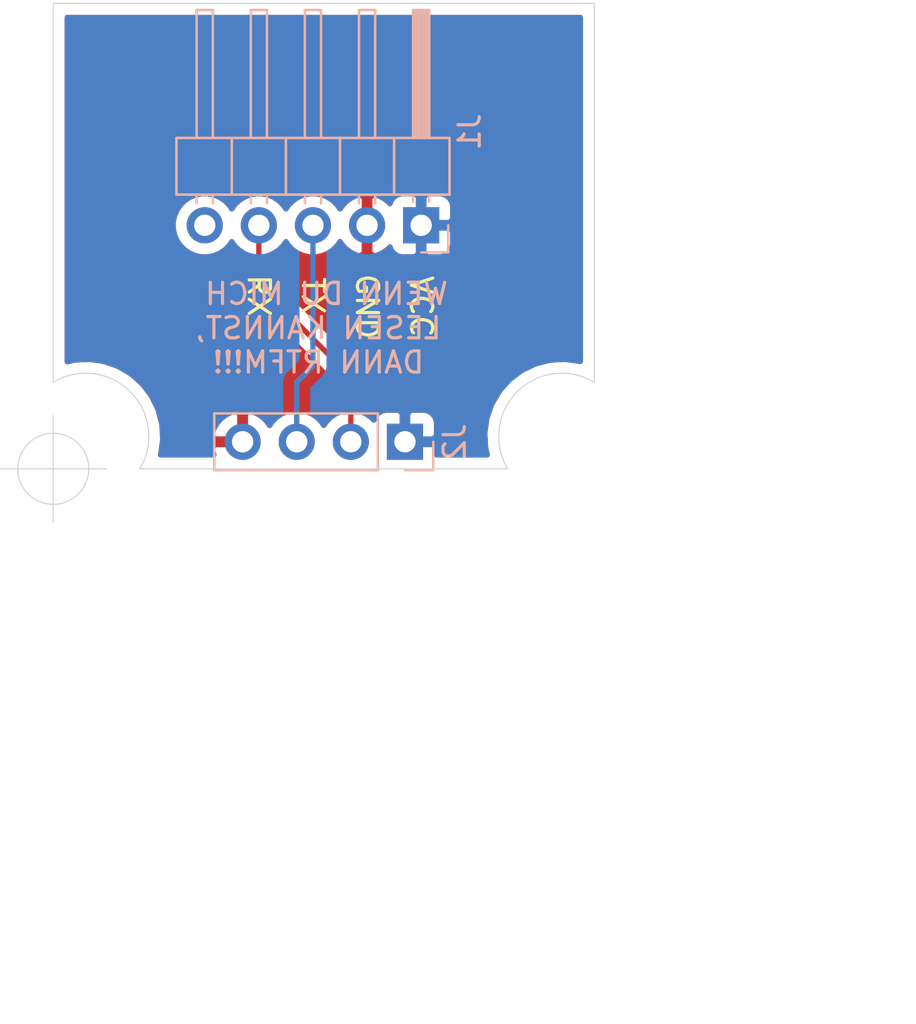
<source format=kicad_pcb>
(kicad_pcb (version 20171130) (host pcbnew "(5.1.6-0-10_14)")

  (general
    (thickness 1.6)
    (drawings 17)
    (tracks 6)
    (zones 0)
    (modules 2)
    (nets 5)
  )

  (page A4)
  (layers
    (0 F.Cu signal)
    (31 B.Cu signal)
    (32 B.Adhes user)
    (33 F.Adhes user)
    (34 B.Paste user)
    (35 F.Paste user)
    (36 B.SilkS user)
    (37 F.SilkS user)
    (38 B.Mask user)
    (39 F.Mask user)
    (40 Dwgs.User user)
    (41 Cmts.User user hide)
    (42 Eco1.User user)
    (43 Eco2.User user)
    (44 Edge.Cuts user)
    (45 Margin user)
    (46 B.CrtYd user)
    (47 F.CrtYd user)
    (48 B.Fab user hide)
    (49 F.Fab user hide)
  )

  (setup
    (last_trace_width 0.25)
    (trace_clearance 0.2)
    (zone_clearance 0.508)
    (zone_45_only no)
    (trace_min 0.2)
    (via_size 0.8)
    (via_drill 0.4)
    (via_min_size 0.4)
    (via_min_drill 0.3)
    (uvia_size 0.3)
    (uvia_drill 0.1)
    (uvias_allowed no)
    (uvia_min_size 0.2)
    (uvia_min_drill 0.1)
    (edge_width 0.05)
    (segment_width 0.2)
    (pcb_text_width 0.3)
    (pcb_text_size 1.5 1.5)
    (mod_edge_width 0.12)
    (mod_text_size 1 1)
    (mod_text_width 0.15)
    (pad_size 1.524 1.524)
    (pad_drill 0.762)
    (pad_to_mask_clearance 0.05)
    (aux_axis_origin 0 0)
    (grid_origin 130.302 103.378)
    (visible_elements FFFFFF7F)
    (pcbplotparams
      (layerselection 0x010fc_ffffffff)
      (usegerberextensions false)
      (usegerberattributes true)
      (usegerberadvancedattributes true)
      (creategerberjobfile true)
      (excludeedgelayer true)
      (linewidth 0.100000)
      (plotframeref false)
      (viasonmask false)
      (mode 1)
      (useauxorigin false)
      (hpglpennumber 1)
      (hpglpenspeed 20)
      (hpglpendiameter 15.000000)
      (psnegative false)
      (psa4output false)
      (plotreference true)
      (plotvalue true)
      (plotinvisibletext false)
      (padsonsilk false)
      (subtractmaskfromsilk false)
      (outputformat 1)
      (mirror false)
      (drillshape 0)
      (scaleselection 1)
      (outputdirectory "gerberer"))
  )

  (net 0 "")
  (net 1 RXD)
  (net 2 TXD)
  (net 3 GND)
  (net 4 VCC)

  (net_class Default "This is the default net class."
    (clearance 0.2)
    (trace_width 0.25)
    (via_dia 0.8)
    (via_drill 0.4)
    (uvia_dia 0.3)
    (uvia_drill 0.1)
    (add_net GND)
    (add_net RXD)
    (add_net TXD)
    (add_net VCC)
  )

  (module Connector_PinHeader_2.54mm:PinHeader_1x04_P2.54mm_Vertical (layer B.Cu) (tedit 59FED5CC) (tstamp 604C86AA)
    (at 146.812 102.108 90)
    (descr "Through hole straight pin header, 1x04, 2.54mm pitch, single row")
    (tags "Through hole pin header THT 1x04 2.54mm single row")
    (path /606E095D)
    (fp_text reference J2 (at 0 2.33 -90) (layer B.SilkS)
      (effects (font (size 1 1) (thickness 0.15)) (justify mirror))
    )
    (fp_text value Conn_01x04 (at 0 -9.95 -90) (layer B.Fab)
      (effects (font (size 1 1) (thickness 0.15)) (justify mirror))
    )
    (fp_line (start 1.8 1.8) (end -1.8 1.8) (layer B.CrtYd) (width 0.05))
    (fp_line (start 1.8 -9.4) (end 1.8 1.8) (layer B.CrtYd) (width 0.05))
    (fp_line (start -1.8 -9.4) (end 1.8 -9.4) (layer B.CrtYd) (width 0.05))
    (fp_line (start -1.8 1.8) (end -1.8 -9.4) (layer B.CrtYd) (width 0.05))
    (fp_line (start -1.33 1.33) (end 0 1.33) (layer B.SilkS) (width 0.12))
    (fp_line (start -1.33 0) (end -1.33 1.33) (layer B.SilkS) (width 0.12))
    (fp_line (start -1.33 -1.27) (end 1.33 -1.27) (layer B.SilkS) (width 0.12))
    (fp_line (start 1.33 -1.27) (end 1.33 -8.95) (layer B.SilkS) (width 0.12))
    (fp_line (start -1.33 -1.27) (end -1.33 -8.95) (layer B.SilkS) (width 0.12))
    (fp_line (start -1.33 -8.95) (end 1.33 -8.95) (layer B.SilkS) (width 0.12))
    (fp_line (start -1.27 0.635) (end -0.635 1.27) (layer B.Fab) (width 0.1))
    (fp_line (start -1.27 -8.89) (end -1.27 0.635) (layer B.Fab) (width 0.1))
    (fp_line (start 1.27 -8.89) (end -1.27 -8.89) (layer B.Fab) (width 0.1))
    (fp_line (start 1.27 1.27) (end 1.27 -8.89) (layer B.Fab) (width 0.1))
    (fp_line (start -0.635 1.27) (end 1.27 1.27) (layer B.Fab) (width 0.1))
    (fp_text user %R (at 0 -3.81) (layer B.Fab)
      (effects (font (size 1 1) (thickness 0.15)) (justify mirror))
    )
    (pad 4 thru_hole oval (at 0 -7.62 90) (size 1.7 1.7) (drill 1) (layers *.Cu *.Mask)
      (net 3 GND))
    (pad 3 thru_hole oval (at 0 -5.08 90) (size 1.7 1.7) (drill 1) (layers *.Cu *.Mask)
      (net 2 TXD))
    (pad 2 thru_hole oval (at 0 -2.54 90) (size 1.7 1.7) (drill 1) (layers *.Cu *.Mask)
      (net 1 RXD))
    (pad 1 thru_hole rect (at 0 0 90) (size 1.7 1.7) (drill 1) (layers *.Cu *.Mask)
      (net 4 VCC))
    (model ${KISYS3DMOD}/Connector_PinHeader_2.54mm.3dshapes/PinHeader_1x04_P2.54mm_Vertical.wrl
      (at (xyz 0 0 0))
      (scale (xyz 1 1 1))
      (rotate (xyz 0 0 0))
    )
  )

  (module Connector_PinHeader_2.54mm:PinHeader_1x05_P2.54mm_Horizontal (layer B.Cu) (tedit 59FED5CB) (tstamp 604C865D)
    (at 147.574 91.948 90)
    (descr "Through hole angled pin header, 1x05, 2.54mm pitch, 6mm pin length, single row")
    (tags "Through hole angled pin header THT 1x05 2.54mm single row")
    (path /606DFC67)
    (fp_text reference J1 (at 4.385 2.27 -90) (layer B.SilkS)
      (effects (font (size 1 1) (thickness 0.15)) (justify mirror))
    )
    (fp_text value Conn_01x05 (at 4.385 -12.43 -90) (layer B.Fab)
      (effects (font (size 1 1) (thickness 0.15)) (justify mirror))
    )
    (fp_line (start 10.55 1.8) (end -1.8 1.8) (layer B.CrtYd) (width 0.05))
    (fp_line (start 10.55 -11.95) (end 10.55 1.8) (layer B.CrtYd) (width 0.05))
    (fp_line (start -1.8 -11.95) (end 10.55 -11.95) (layer B.CrtYd) (width 0.05))
    (fp_line (start -1.8 1.8) (end -1.8 -11.95) (layer B.CrtYd) (width 0.05))
    (fp_line (start -1.27 1.27) (end 0 1.27) (layer B.SilkS) (width 0.12))
    (fp_line (start -1.27 0) (end -1.27 1.27) (layer B.SilkS) (width 0.12))
    (fp_line (start 1.042929 -10.54) (end 1.44 -10.54) (layer B.SilkS) (width 0.12))
    (fp_line (start 1.042929 -9.78) (end 1.44 -9.78) (layer B.SilkS) (width 0.12))
    (fp_line (start 10.1 -10.54) (end 4.1 -10.54) (layer B.SilkS) (width 0.12))
    (fp_line (start 10.1 -9.78) (end 10.1 -10.54) (layer B.SilkS) (width 0.12))
    (fp_line (start 4.1 -9.78) (end 10.1 -9.78) (layer B.SilkS) (width 0.12))
    (fp_line (start 1.44 -8.89) (end 4.1 -8.89) (layer B.SilkS) (width 0.12))
    (fp_line (start 1.042929 -8) (end 1.44 -8) (layer B.SilkS) (width 0.12))
    (fp_line (start 1.042929 -7.24) (end 1.44 -7.24) (layer B.SilkS) (width 0.12))
    (fp_line (start 10.1 -8) (end 4.1 -8) (layer B.SilkS) (width 0.12))
    (fp_line (start 10.1 -7.24) (end 10.1 -8) (layer B.SilkS) (width 0.12))
    (fp_line (start 4.1 -7.24) (end 10.1 -7.24) (layer B.SilkS) (width 0.12))
    (fp_line (start 1.44 -6.35) (end 4.1 -6.35) (layer B.SilkS) (width 0.12))
    (fp_line (start 1.042929 -5.46) (end 1.44 -5.46) (layer B.SilkS) (width 0.12))
    (fp_line (start 1.042929 -4.7) (end 1.44 -4.7) (layer B.SilkS) (width 0.12))
    (fp_line (start 10.1 -5.46) (end 4.1 -5.46) (layer B.SilkS) (width 0.12))
    (fp_line (start 10.1 -4.7) (end 10.1 -5.46) (layer B.SilkS) (width 0.12))
    (fp_line (start 4.1 -4.7) (end 10.1 -4.7) (layer B.SilkS) (width 0.12))
    (fp_line (start 1.44 -3.81) (end 4.1 -3.81) (layer B.SilkS) (width 0.12))
    (fp_line (start 1.042929 -2.92) (end 1.44 -2.92) (layer B.SilkS) (width 0.12))
    (fp_line (start 1.042929 -2.16) (end 1.44 -2.16) (layer B.SilkS) (width 0.12))
    (fp_line (start 10.1 -2.92) (end 4.1 -2.92) (layer B.SilkS) (width 0.12))
    (fp_line (start 10.1 -2.16) (end 10.1 -2.92) (layer B.SilkS) (width 0.12))
    (fp_line (start 4.1 -2.16) (end 10.1 -2.16) (layer B.SilkS) (width 0.12))
    (fp_line (start 1.44 -1.27) (end 4.1 -1.27) (layer B.SilkS) (width 0.12))
    (fp_line (start 1.11 -0.38) (end 1.44 -0.38) (layer B.SilkS) (width 0.12))
    (fp_line (start 1.11 0.38) (end 1.44 0.38) (layer B.SilkS) (width 0.12))
    (fp_line (start 4.1 -0.28) (end 10.1 -0.28) (layer B.SilkS) (width 0.12))
    (fp_line (start 4.1 -0.16) (end 10.1 -0.16) (layer B.SilkS) (width 0.12))
    (fp_line (start 4.1 -0.04) (end 10.1 -0.04) (layer B.SilkS) (width 0.12))
    (fp_line (start 4.1 0.08) (end 10.1 0.08) (layer B.SilkS) (width 0.12))
    (fp_line (start 4.1 0.2) (end 10.1 0.2) (layer B.SilkS) (width 0.12))
    (fp_line (start 4.1 0.32) (end 10.1 0.32) (layer B.SilkS) (width 0.12))
    (fp_line (start 10.1 -0.38) (end 4.1 -0.38) (layer B.SilkS) (width 0.12))
    (fp_line (start 10.1 0.38) (end 10.1 -0.38) (layer B.SilkS) (width 0.12))
    (fp_line (start 4.1 0.38) (end 10.1 0.38) (layer B.SilkS) (width 0.12))
    (fp_line (start 4.1 1.33) (end 1.44 1.33) (layer B.SilkS) (width 0.12))
    (fp_line (start 4.1 -11.49) (end 4.1 1.33) (layer B.SilkS) (width 0.12))
    (fp_line (start 1.44 -11.49) (end 4.1 -11.49) (layer B.SilkS) (width 0.12))
    (fp_line (start 1.44 1.33) (end 1.44 -11.49) (layer B.SilkS) (width 0.12))
    (fp_line (start 4.04 -10.48) (end 10.04 -10.48) (layer B.Fab) (width 0.1))
    (fp_line (start 10.04 -9.84) (end 10.04 -10.48) (layer B.Fab) (width 0.1))
    (fp_line (start 4.04 -9.84) (end 10.04 -9.84) (layer B.Fab) (width 0.1))
    (fp_line (start -0.32 -10.48) (end 1.5 -10.48) (layer B.Fab) (width 0.1))
    (fp_line (start -0.32 -9.84) (end -0.32 -10.48) (layer B.Fab) (width 0.1))
    (fp_line (start -0.32 -9.84) (end 1.5 -9.84) (layer B.Fab) (width 0.1))
    (fp_line (start 4.04 -7.94) (end 10.04 -7.94) (layer B.Fab) (width 0.1))
    (fp_line (start 10.04 -7.3) (end 10.04 -7.94) (layer B.Fab) (width 0.1))
    (fp_line (start 4.04 -7.3) (end 10.04 -7.3) (layer B.Fab) (width 0.1))
    (fp_line (start -0.32 -7.94) (end 1.5 -7.94) (layer B.Fab) (width 0.1))
    (fp_line (start -0.32 -7.3) (end -0.32 -7.94) (layer B.Fab) (width 0.1))
    (fp_line (start -0.32 -7.3) (end 1.5 -7.3) (layer B.Fab) (width 0.1))
    (fp_line (start 4.04 -5.4) (end 10.04 -5.4) (layer B.Fab) (width 0.1))
    (fp_line (start 10.04 -4.76) (end 10.04 -5.4) (layer B.Fab) (width 0.1))
    (fp_line (start 4.04 -4.76) (end 10.04 -4.76) (layer B.Fab) (width 0.1))
    (fp_line (start -0.32 -5.4) (end 1.5 -5.4) (layer B.Fab) (width 0.1))
    (fp_line (start -0.32 -4.76) (end -0.32 -5.4) (layer B.Fab) (width 0.1))
    (fp_line (start -0.32 -4.76) (end 1.5 -4.76) (layer B.Fab) (width 0.1))
    (fp_line (start 4.04 -2.86) (end 10.04 -2.86) (layer B.Fab) (width 0.1))
    (fp_line (start 10.04 -2.22) (end 10.04 -2.86) (layer B.Fab) (width 0.1))
    (fp_line (start 4.04 -2.22) (end 10.04 -2.22) (layer B.Fab) (width 0.1))
    (fp_line (start -0.32 -2.86) (end 1.5 -2.86) (layer B.Fab) (width 0.1))
    (fp_line (start -0.32 -2.22) (end -0.32 -2.86) (layer B.Fab) (width 0.1))
    (fp_line (start -0.32 -2.22) (end 1.5 -2.22) (layer B.Fab) (width 0.1))
    (fp_line (start 4.04 -0.32) (end 10.04 -0.32) (layer B.Fab) (width 0.1))
    (fp_line (start 10.04 0.32) (end 10.04 -0.32) (layer B.Fab) (width 0.1))
    (fp_line (start 4.04 0.32) (end 10.04 0.32) (layer B.Fab) (width 0.1))
    (fp_line (start -0.32 -0.32) (end 1.5 -0.32) (layer B.Fab) (width 0.1))
    (fp_line (start -0.32 0.32) (end -0.32 -0.32) (layer B.Fab) (width 0.1))
    (fp_line (start -0.32 0.32) (end 1.5 0.32) (layer B.Fab) (width 0.1))
    (fp_line (start 1.5 0.635) (end 2.135 1.27) (layer B.Fab) (width 0.1))
    (fp_line (start 1.5 -11.43) (end 1.5 0.635) (layer B.Fab) (width 0.1))
    (fp_line (start 4.04 -11.43) (end 1.5 -11.43) (layer B.Fab) (width 0.1))
    (fp_line (start 4.04 1.27) (end 4.04 -11.43) (layer B.Fab) (width 0.1))
    (fp_line (start 2.135 1.27) (end 4.04 1.27) (layer B.Fab) (width 0.1))
    (fp_text user %R (at 2.77 -5.08) (layer B.Fab)
      (effects (font (size 1 1) (thickness 0.15)) (justify mirror))
    )
    (pad 5 thru_hole oval (at 0 -10.16 90) (size 1.7 1.7) (drill 1) (layers *.Cu *.Mask))
    (pad 4 thru_hole oval (at 0 -7.62 90) (size 1.7 1.7) (drill 1) (layers *.Cu *.Mask)
      (net 1 RXD))
    (pad 3 thru_hole oval (at 0 -5.08 90) (size 1.7 1.7) (drill 1) (layers *.Cu *.Mask)
      (net 2 TXD))
    (pad 2 thru_hole oval (at 0 -2.54 90) (size 1.7 1.7) (drill 1) (layers *.Cu *.Mask)
      (net 3 GND))
    (pad 1 thru_hole rect (at 0 0 90) (size 1.7 1.7) (drill 1) (layers *.Cu *.Mask)
      (net 4 VCC))
    (model ${KISYS3DMOD}/Connector_PinHeader_2.54mm.3dshapes/PinHeader_1x05_P2.54mm_Horizontal.wrl
      (at (xyz 0 0 0))
      (scale (xyz 1 1 1))
      (rotate (xyz 0 0 0))
    )
  )

  (gr_arc (start 131.826 101.854) (end 134.365999 103.377999) (angle -151.9275131) (layer Edge.Cuts) (width 0.05))
  (gr_arc (start 154.178 101.854) (end 155.701999 99.314001) (angle -151.9275131) (layer Edge.Cuts) (width 0.05))
  (gr_text RX (at 139.954 95.25 270) (layer F.SilkS)
    (effects (font (size 1 1) (thickness 0.15)))
  )
  (gr_text TX (at 142.494 95.25 270) (layer F.SilkS)
    (effects (font (size 1 1) (thickness 0.15)))
  )
  (gr_text GND (at 145.034 95.758 270) (layer F.SilkS)
    (effects (font (size 1 1) (thickness 0.15)))
  )
  (gr_text VCC (at 147.574 95.758 270) (layer F.SilkS)
    (effects (font (size 1 1) (thickness 0.15)))
  )
  (target plus (at 130.302 103.378) (size 5) (width 0.05) (layer Edge.Cuts))
  (gr_text "WENN DU MICH \nLESEN KANNST,\nDANN RTFM!!!" (at 142.748 96.774) (layer B.SilkS)
    (effects (font (size 1 1) (thickness 0.15)) (justify mirror))
  )
  (dimension 8.89 (width 0.15) (layer Dwgs.User)
    (gr_text "8.890 mm" (at 151.257 112.552) (layer Dwgs.User)
      (effects (font (size 1 1) (thickness 0.15)))
    )
    (feature1 (pts (xy 146.812 103.378) (xy 146.812 111.838421)))
    (feature2 (pts (xy 155.702 103.378) (xy 155.702 111.838421)))
    (crossbar (pts (xy 155.702 111.252) (xy 146.812 111.252)))
    (arrow1a (pts (xy 146.812 111.252) (xy 147.938504 111.838421)))
    (arrow1b (pts (xy 146.812 111.252) (xy 147.938504 110.665579)))
    (arrow2a (pts (xy 155.702 111.252) (xy 154.575496 111.838421)))
    (arrow2b (pts (xy 155.702 111.252) (xy 154.575496 110.665579)))
  )
  (dimension 8.89 (width 0.15) (layer Dwgs.User)
    (gr_text "8.890 mm" (at 134.747 112.552) (layer Dwgs.User)
      (effects (font (size 1 1) (thickness 0.15)))
    )
    (feature1 (pts (xy 139.192 103.378) (xy 139.192 111.838421)))
    (feature2 (pts (xy 130.302 103.378) (xy 130.302 111.838421)))
    (crossbar (pts (xy 130.302 111.252) (xy 139.192 111.252)))
    (arrow1a (pts (xy 139.192 111.252) (xy 138.065496 110.665579)))
    (arrow1b (pts (xy 139.192 111.252) (xy 138.065496 111.838421)))
    (arrow2a (pts (xy 130.302 111.252) (xy 131.428504 110.665579)))
    (arrow2b (pts (xy 130.302 111.252) (xy 131.428504 111.838421)))
  )
  (gr_line (start 130.302 81.534) (end 130.302 99.314) (layer Edge.Cuts) (width 0.05) (tstamp 604C9556))
  (gr_line (start 155.702 81.534) (end 130.302 81.534) (layer Edge.Cuts) (width 0.05))
  (gr_line (start 155.702 99.314) (end 155.702 81.534) (layer Edge.Cuts) (width 0.05))
  (gr_line (start 134.366 103.378) (end 151.638 103.378) (layer Edge.Cuts) (width 0.05) (tstamp 604C94FA))
  (dimension 1.27 (width 0.15) (layer Dwgs.User)
    (gr_text "1.270 mm" (at 162.844 102.743 -270) (layer Dwgs.User)
      (effects (font (size 1 1) (thickness 0.15)))
    )
    (feature1 (pts (xy 146.558 102.108) (xy 162.130421 102.108)))
    (feature2 (pts (xy 146.558 103.378) (xy 162.130421 103.378)))
    (crossbar (pts (xy 161.544 103.378) (xy 161.544 102.108)))
    (arrow1a (pts (xy 161.544 102.108) (xy 160.957579 103.234504)))
    (arrow1b (pts (xy 161.544 102.108) (xy 162.130421 103.234504)))
    (arrow2a (pts (xy 161.544 103.378) (xy 160.957579 102.251496)))
    (arrow2b (pts (xy 161.544 103.378) (xy 162.130421 102.251496)))
  )
  (dimension 25.4 (width 0.15) (layer Dwgs.User)
    (gr_text "25.400 mm" (at 143.002 130.078) (layer Dwgs.User)
      (effects (font (size 1 1) (thickness 0.15)))
    )
    (feature1 (pts (xy 130.302 103.378) (xy 130.302 129.364421)))
    (feature2 (pts (xy 155.702 103.378) (xy 155.702 129.364421)))
    (crossbar (pts (xy 155.702 128.778) (xy 130.302 128.778)))
    (arrow1a (pts (xy 130.302 128.778) (xy 131.428504 129.364421)))
    (arrow1b (pts (xy 130.302 128.778) (xy 131.428504 128.191579)))
    (arrow2a (pts (xy 155.702 128.778) (xy 154.575496 129.364421)))
    (arrow2b (pts (xy 155.702 128.778) (xy 154.575496 128.191579)))
  )
  (dimension 11.43 (width 0.15) (layer Dwgs.User)
    (gr_text "11.430 mm" (at 169.448 96.393 -270) (layer Dwgs.User)
      (effects (font (size 1 1) (thickness 0.15)))
    )
    (feature1 (pts (xy 146.558 90.678) (xy 168.734421 90.678)))
    (feature2 (pts (xy 146.558 102.108) (xy 168.734421 102.108)))
    (crossbar (pts (xy 168.148 102.108) (xy 168.148 90.678)))
    (arrow1a (pts (xy 168.148 90.678) (xy 167.561579 91.804504)))
    (arrow1b (pts (xy 168.148 90.678) (xy 168.734421 91.804504)))
    (arrow2a (pts (xy 168.148 102.108) (xy 167.561579 100.981496)))
    (arrow2b (pts (xy 168.148 102.108) (xy 168.734421 100.981496)))
  )

  (segment (start 139.954 91.948) (end 139.954 94.742) (width 0.25) (layer F.Cu) (net 1))
  (segment (start 144.272 99.06) (end 144.272 102.108) (width 0.25) (layer F.Cu) (net 1))
  (segment (start 139.954 94.742) (end 144.272 99.06) (width 0.25) (layer F.Cu) (net 1))
  (segment (start 141.732 102.108) (end 141.732 99.314) (width 0.25) (layer B.Cu) (net 2))
  (segment (start 142.494 98.552) (end 142.494 91.948) (width 0.25) (layer B.Cu) (net 2))
  (segment (start 141.732 99.314) (end 142.494 98.552) (width 0.25) (layer B.Cu) (net 2))

  (zone (net 3) (net_name GND) (layer F.Cu) (tstamp 604F4455) (hatch edge 0.508)
    (connect_pads (clearance 0.508))
    (min_thickness 0.254)
    (fill yes (arc_segments 32) (thermal_gap 0.508) (thermal_bridge_width 0.508))
    (polygon
      (pts
        (xy 155.702 81.534) (xy 130.302 81.534) (xy 130.302 103.378) (xy 155.702 103.378)
      )
    )
    (filled_polygon
      (pts
        (xy 155.042 98.339597) (xy 155.023362 98.335144) (xy 154.965393 98.320436) (xy 154.956273 98.319116) (xy 154.383567 98.240296)
        (xy 154.323788 98.237962) (xy 154.264059 98.234793) (xy 154.254856 98.23527) (xy 154.254854 98.23527) (xy 153.677747 98.26919)
        (xy 153.618646 98.278512) (xy 153.559445 98.287005) (xy 153.55051 98.28926) (xy 152.990981 98.434629) (xy 152.934869 98.455234)
        (xy 152.878393 98.475082) (xy 152.870066 98.47903) (xy 152.349428 98.73031) (xy 152.29837 98.761432) (xy 152.246841 98.791862)
        (xy 152.23944 98.797352) (xy 151.777525 99.144973) (xy 151.733484 99.18542) (xy 151.688849 99.225277) (xy 151.682655 99.2321)
        (xy 151.297056 99.662819) (xy 151.261714 99.711044) (xy 151.225665 99.758819) (xy 151.220914 99.766715) (xy 150.92632 100.264128)
        (xy 150.901 100.318339) (xy 150.874935 100.372168) (xy 150.871808 100.380837) (xy 150.67944 100.925997) (xy 150.665127 100.984111)
        (xy 150.65002 101.041956) (xy 150.648636 101.051067) (xy 150.565819 101.623209) (xy 150.563069 101.682949) (xy 150.559482 101.742677)
        (xy 150.559895 101.751883) (xy 150.589786 102.329215) (xy 150.598693 102.388361) (xy 150.606774 102.447638) (xy 150.608967 102.456588)
        (xy 150.674939 102.718) (xy 148.300072 102.718) (xy 148.300072 101.258) (xy 148.287812 101.133518) (xy 148.251502 101.01382)
        (xy 148.192537 100.903506) (xy 148.113185 100.806815) (xy 148.016494 100.727463) (xy 147.90618 100.668498) (xy 147.786482 100.632188)
        (xy 147.662 100.619928) (xy 145.962 100.619928) (xy 145.837518 100.632188) (xy 145.71782 100.668498) (xy 145.607506 100.727463)
        (xy 145.510815 100.806815) (xy 145.431463 100.903506) (xy 145.372498 101.01382) (xy 145.350487 101.08638) (xy 145.218632 100.954525)
        (xy 145.032 100.829822) (xy 145.032 99.097322) (xy 145.035676 99.059999) (xy 145.032 99.022676) (xy 145.032 99.022667)
        (xy 145.021003 98.911014) (xy 144.977546 98.767753) (xy 144.906974 98.635724) (xy 144.812001 98.519999) (xy 144.783004 98.496202)
        (xy 140.714 94.427199) (xy 140.714 93.226178) (xy 140.900632 93.101475) (xy 141.107475 92.894632) (xy 141.224 92.72024)
        (xy 141.340525 92.894632) (xy 141.547368 93.101475) (xy 141.790589 93.26399) (xy 142.060842 93.375932) (xy 142.34774 93.433)
        (xy 142.64026 93.433) (xy 142.927158 93.375932) (xy 143.197411 93.26399) (xy 143.440632 93.101475) (xy 143.647475 92.894632)
        (xy 143.769195 92.712466) (xy 143.838822 92.829355) (xy 144.033731 93.045588) (xy 144.26708 93.219641) (xy 144.529901 93.344825)
        (xy 144.67711 93.389476) (xy 144.907 93.268155) (xy 144.907 92.075) (xy 144.887 92.075) (xy 144.887 91.821)
        (xy 144.907 91.821) (xy 144.907 90.627845) (xy 145.161 90.627845) (xy 145.161 91.821) (xy 145.181 91.821)
        (xy 145.181 92.075) (xy 145.161 92.075) (xy 145.161 93.268155) (xy 145.39089 93.389476) (xy 145.538099 93.344825)
        (xy 145.80092 93.219641) (xy 146.034269 93.045588) (xy 146.110034 92.961534) (xy 146.134498 93.04218) (xy 146.193463 93.152494)
        (xy 146.272815 93.249185) (xy 146.369506 93.328537) (xy 146.47982 93.387502) (xy 146.599518 93.423812) (xy 146.724 93.436072)
        (xy 148.424 93.436072) (xy 148.548482 93.423812) (xy 148.66818 93.387502) (xy 148.778494 93.328537) (xy 148.875185 93.249185)
        (xy 148.954537 93.152494) (xy 149.013502 93.04218) (xy 149.049812 92.922482) (xy 149.062072 92.798) (xy 149.062072 91.098)
        (xy 149.049812 90.973518) (xy 149.013502 90.85382) (xy 148.954537 90.743506) (xy 148.875185 90.646815) (xy 148.778494 90.567463)
        (xy 148.66818 90.508498) (xy 148.548482 90.472188) (xy 148.424 90.459928) (xy 146.724 90.459928) (xy 146.599518 90.472188)
        (xy 146.47982 90.508498) (xy 146.369506 90.567463) (xy 146.272815 90.646815) (xy 146.193463 90.743506) (xy 146.134498 90.85382)
        (xy 146.110034 90.934466) (xy 146.034269 90.850412) (xy 145.80092 90.676359) (xy 145.538099 90.551175) (xy 145.39089 90.506524)
        (xy 145.161 90.627845) (xy 144.907 90.627845) (xy 144.67711 90.506524) (xy 144.529901 90.551175) (xy 144.26708 90.676359)
        (xy 144.033731 90.850412) (xy 143.838822 91.066645) (xy 143.769195 91.183534) (xy 143.647475 91.001368) (xy 143.440632 90.794525)
        (xy 143.197411 90.63201) (xy 142.927158 90.520068) (xy 142.64026 90.463) (xy 142.34774 90.463) (xy 142.060842 90.520068)
        (xy 141.790589 90.63201) (xy 141.547368 90.794525) (xy 141.340525 91.001368) (xy 141.224 91.17576) (xy 141.107475 91.001368)
        (xy 140.900632 90.794525) (xy 140.657411 90.63201) (xy 140.387158 90.520068) (xy 140.10026 90.463) (xy 139.80774 90.463)
        (xy 139.520842 90.520068) (xy 139.250589 90.63201) (xy 139.007368 90.794525) (xy 138.800525 91.001368) (xy 138.684 91.17576)
        (xy 138.567475 91.001368) (xy 138.360632 90.794525) (xy 138.117411 90.63201) (xy 137.847158 90.520068) (xy 137.56026 90.463)
        (xy 137.26774 90.463) (xy 136.980842 90.520068) (xy 136.710589 90.63201) (xy 136.467368 90.794525) (xy 136.260525 91.001368)
        (xy 136.09801 91.244589) (xy 135.986068 91.514842) (xy 135.929 91.80174) (xy 135.929 92.09426) (xy 135.986068 92.381158)
        (xy 136.09801 92.651411) (xy 136.260525 92.894632) (xy 136.467368 93.101475) (xy 136.710589 93.26399) (xy 136.980842 93.375932)
        (xy 137.26774 93.433) (xy 137.56026 93.433) (xy 137.847158 93.375932) (xy 138.117411 93.26399) (xy 138.360632 93.101475)
        (xy 138.567475 92.894632) (xy 138.684 92.72024) (xy 138.800525 92.894632) (xy 139.007368 93.101475) (xy 139.194 93.226179)
        (xy 139.194001 94.704668) (xy 139.190324 94.742) (xy 139.204998 94.890985) (xy 139.248454 95.034246) (xy 139.319026 95.166276)
        (xy 139.390201 95.253002) (xy 139.414 95.282001) (xy 139.442998 95.305799) (xy 143.512 99.374802) (xy 143.512001 100.829821)
        (xy 143.325368 100.954525) (xy 143.118525 101.161368) (xy 143.002 101.33576) (xy 142.885475 101.161368) (xy 142.678632 100.954525)
        (xy 142.435411 100.79201) (xy 142.165158 100.680068) (xy 141.87826 100.623) (xy 141.58574 100.623) (xy 141.298842 100.680068)
        (xy 141.028589 100.79201) (xy 140.785368 100.954525) (xy 140.578525 101.161368) (xy 140.456805 101.343534) (xy 140.387178 101.226645)
        (xy 140.192269 101.010412) (xy 139.95892 100.836359) (xy 139.696099 100.711175) (xy 139.54889 100.666524) (xy 139.319 100.787845)
        (xy 139.319 101.981) (xy 139.339 101.981) (xy 139.339 102.235) (xy 139.319 102.235) (xy 139.319 102.255)
        (xy 139.065 102.255) (xy 139.065 102.235) (xy 137.871186 102.235) (xy 137.750519 102.464891) (xy 137.840304 102.718)
        (xy 135.340403 102.718) (xy 135.344852 102.699379) (xy 135.359564 102.641394) (xy 135.360884 102.632274) (xy 135.439704 102.059567)
        (xy 135.442037 101.999821) (xy 135.445207 101.940059) (xy 135.44473 101.930856) (xy 135.434166 101.751109) (xy 137.750519 101.751109)
        (xy 137.871186 101.981) (xy 139.065 101.981) (xy 139.065 100.787845) (xy 138.83511 100.666524) (xy 138.687901 100.711175)
        (xy 138.42508 100.836359) (xy 138.191731 101.010412) (xy 137.996822 101.226645) (xy 137.847843 101.476748) (xy 137.750519 101.751109)
        (xy 135.434166 101.751109) (xy 135.41081 101.353747) (xy 135.401488 101.294646) (xy 135.392995 101.235445) (xy 135.39074 101.22651)
        (xy 135.245371 100.666981) (xy 135.224766 100.610869) (xy 135.204918 100.554393) (xy 135.20097 100.546066) (xy 134.94969 100.025428)
        (xy 134.918568 99.97437) (xy 134.888138 99.922841) (xy 134.882648 99.91544) (xy 134.535027 99.453525) (xy 134.49458 99.409484)
        (xy 134.454723 99.364849) (xy 134.4479 99.358655) (xy 134.017181 98.973056) (xy 133.968956 98.937714) (xy 133.921181 98.901665)
        (xy 133.913285 98.896914) (xy 133.415872 98.60232) (xy 133.361661 98.577) (xy 133.307832 98.550935) (xy 133.299163 98.547808)
        (xy 132.754003 98.35544) (xy 132.695889 98.341127) (xy 132.638044 98.32602) (xy 132.628933 98.324636) (xy 132.056791 98.241819)
        (xy 131.997049 98.239069) (xy 131.937322 98.235482) (xy 131.928116 98.235895) (xy 131.350785 98.265786) (xy 131.291644 98.274692)
        (xy 131.232362 98.282774) (xy 131.223414 98.284967) (xy 131.223411 98.284967) (xy 131.223409 98.284968) (xy 130.962 98.350939)
        (xy 130.962 82.194) (xy 155.042001 82.194)
      )
    )
  )
  (zone (net 4) (net_name VCC) (layer B.Cu) (tstamp 604F4452) (hatch edge 0.508)
    (connect_pads (clearance 0.508))
    (min_thickness 0.254)
    (fill yes (arc_segments 32) (thermal_gap 0.508) (thermal_bridge_width 0.508))
    (polygon
      (pts
        (xy 155.702 81.534) (xy 130.302 81.534) (xy 130.302 103.378) (xy 155.702 103.378)
      )
    )
    (filled_polygon
      (pts
        (xy 155.042 98.339597) (xy 155.023362 98.335144) (xy 154.965393 98.320436) (xy 154.956273 98.319116) (xy 154.383567 98.240296)
        (xy 154.323788 98.237962) (xy 154.264059 98.234793) (xy 154.254856 98.23527) (xy 154.254854 98.23527) (xy 153.677747 98.26919)
        (xy 153.618646 98.278512) (xy 153.559445 98.287005) (xy 153.55051 98.28926) (xy 152.990981 98.434629) (xy 152.934869 98.455234)
        (xy 152.878393 98.475082) (xy 152.870066 98.47903) (xy 152.349428 98.73031) (xy 152.29837 98.761432) (xy 152.246841 98.791862)
        (xy 152.23944 98.797352) (xy 151.777525 99.144973) (xy 151.733484 99.18542) (xy 151.688849 99.225277) (xy 151.682655 99.2321)
        (xy 151.297056 99.662819) (xy 151.261714 99.711044) (xy 151.225665 99.758819) (xy 151.220914 99.766715) (xy 150.92632 100.264128)
        (xy 150.901 100.318339) (xy 150.874935 100.372168) (xy 150.871808 100.380837) (xy 150.67944 100.925997) (xy 150.665127 100.984111)
        (xy 150.65002 101.041956) (xy 150.648636 101.051067) (xy 150.565819 101.623209) (xy 150.563069 101.682949) (xy 150.559482 101.742677)
        (xy 150.559895 101.751883) (xy 150.589786 102.329215) (xy 150.598693 102.388361) (xy 150.606774 102.447638) (xy 150.608967 102.456588)
        (xy 150.674939 102.718) (xy 148.298765 102.718) (xy 148.297 102.39375) (xy 148.13825 102.235) (xy 146.939 102.235)
        (xy 146.939 102.255) (xy 146.685 102.255) (xy 146.685 102.235) (xy 146.665 102.235) (xy 146.665 101.981)
        (xy 146.685 101.981) (xy 146.685 100.78175) (xy 146.939 100.78175) (xy 146.939 101.981) (xy 148.13825 101.981)
        (xy 148.297 101.82225) (xy 148.300072 101.258) (xy 148.287812 101.133518) (xy 148.251502 101.01382) (xy 148.192537 100.903506)
        (xy 148.113185 100.806815) (xy 148.016494 100.727463) (xy 147.90618 100.668498) (xy 147.786482 100.632188) (xy 147.662 100.619928)
        (xy 147.09775 100.623) (xy 146.939 100.78175) (xy 146.685 100.78175) (xy 146.52625 100.623) (xy 145.962 100.619928)
        (xy 145.837518 100.632188) (xy 145.71782 100.668498) (xy 145.607506 100.727463) (xy 145.510815 100.806815) (xy 145.431463 100.903506)
        (xy 145.372498 101.01382) (xy 145.350487 101.08638) (xy 145.218632 100.954525) (xy 144.975411 100.79201) (xy 144.705158 100.680068)
        (xy 144.41826 100.623) (xy 144.12574 100.623) (xy 143.838842 100.680068) (xy 143.568589 100.79201) (xy 143.325368 100.954525)
        (xy 143.118525 101.161368) (xy 143.002 101.33576) (xy 142.885475 101.161368) (xy 142.678632 100.954525) (xy 142.492 100.829822)
        (xy 142.492 99.628801) (xy 143.005004 99.115798) (xy 143.034001 99.092001) (xy 143.128974 98.976276) (xy 143.199546 98.844247)
        (xy 143.243003 98.700986) (xy 143.254 98.589333) (xy 143.254 98.589325) (xy 143.257676 98.552) (xy 143.254 98.514675)
        (xy 143.254 93.226178) (xy 143.440632 93.101475) (xy 143.647475 92.894632) (xy 143.764 92.72024) (xy 143.880525 92.894632)
        (xy 144.087368 93.101475) (xy 144.330589 93.26399) (xy 144.600842 93.375932) (xy 144.88774 93.433) (xy 145.18026 93.433)
        (xy 145.467158 93.375932) (xy 145.737411 93.26399) (xy 145.980632 93.101475) (xy 146.112487 92.96962) (xy 146.134498 93.04218)
        (xy 146.193463 93.152494) (xy 146.272815 93.249185) (xy 146.369506 93.328537) (xy 146.47982 93.387502) (xy 146.599518 93.423812)
        (xy 146.724 93.436072) (xy 147.28825 93.433) (xy 147.447 93.27425) (xy 147.447 92.075) (xy 147.701 92.075)
        (xy 147.701 93.27425) (xy 147.85975 93.433) (xy 148.424 93.436072) (xy 148.548482 93.423812) (xy 148.66818 93.387502)
        (xy 148.778494 93.328537) (xy 148.875185 93.249185) (xy 148.954537 93.152494) (xy 149.013502 93.04218) (xy 149.049812 92.922482)
        (xy 149.062072 92.798) (xy 149.059 92.23375) (xy 148.90025 92.075) (xy 147.701 92.075) (xy 147.447 92.075)
        (xy 147.427 92.075) (xy 147.427 91.821) (xy 147.447 91.821) (xy 147.447 90.62175) (xy 147.701 90.62175)
        (xy 147.701 91.821) (xy 148.90025 91.821) (xy 149.059 91.66225) (xy 149.062072 91.098) (xy 149.049812 90.973518)
        (xy 149.013502 90.85382) (xy 148.954537 90.743506) (xy 148.875185 90.646815) (xy 148.778494 90.567463) (xy 148.66818 90.508498)
        (xy 148.548482 90.472188) (xy 148.424 90.459928) (xy 147.85975 90.463) (xy 147.701 90.62175) (xy 147.447 90.62175)
        (xy 147.28825 90.463) (xy 146.724 90.459928) (xy 146.599518 90.472188) (xy 146.47982 90.508498) (xy 146.369506 90.567463)
        (xy 146.272815 90.646815) (xy 146.193463 90.743506) (xy 146.134498 90.85382) (xy 146.112487 90.92638) (xy 145.980632 90.794525)
        (xy 145.737411 90.63201) (xy 145.467158 90.520068) (xy 145.18026 90.463) (xy 144.88774 90.463) (xy 144.600842 90.520068)
        (xy 144.330589 90.63201) (xy 144.087368 90.794525) (xy 143.880525 91.001368) (xy 143.764 91.17576) (xy 143.647475 91.001368)
        (xy 143.440632 90.794525) (xy 143.197411 90.63201) (xy 142.927158 90.520068) (xy 142.64026 90.463) (xy 142.34774 90.463)
        (xy 142.060842 90.520068) (xy 141.790589 90.63201) (xy 141.547368 90.794525) (xy 141.340525 91.001368) (xy 141.224 91.17576)
        (xy 141.107475 91.001368) (xy 140.900632 90.794525) (xy 140.657411 90.63201) (xy 140.387158 90.520068) (xy 140.10026 90.463)
        (xy 139.80774 90.463) (xy 139.520842 90.520068) (xy 139.250589 90.63201) (xy 139.007368 90.794525) (xy 138.800525 91.001368)
        (xy 138.684 91.17576) (xy 138.567475 91.001368) (xy 138.360632 90.794525) (xy 138.117411 90.63201) (xy 137.847158 90.520068)
        (xy 137.56026 90.463) (xy 137.26774 90.463) (xy 136.980842 90.520068) (xy 136.710589 90.63201) (xy 136.467368 90.794525)
        (xy 136.260525 91.001368) (xy 136.09801 91.244589) (xy 135.986068 91.514842) (xy 135.929 91.80174) (xy 135.929 92.09426)
        (xy 135.986068 92.381158) (xy 136.09801 92.651411) (xy 136.260525 92.894632) (xy 136.467368 93.101475) (xy 136.710589 93.26399)
        (xy 136.980842 93.375932) (xy 137.26774 93.433) (xy 137.56026 93.433) (xy 137.847158 93.375932) (xy 138.117411 93.26399)
        (xy 138.360632 93.101475) (xy 138.567475 92.894632) (xy 138.684 92.72024) (xy 138.800525 92.894632) (xy 139.007368 93.101475)
        (xy 139.250589 93.26399) (xy 139.520842 93.375932) (xy 139.80774 93.433) (xy 140.10026 93.433) (xy 140.387158 93.375932)
        (xy 140.657411 93.26399) (xy 140.900632 93.101475) (xy 141.107475 92.894632) (xy 141.224 92.72024) (xy 141.340525 92.894632)
        (xy 141.547368 93.101475) (xy 141.734001 93.226179) (xy 141.734 98.237198) (xy 141.220998 98.750201) (xy 141.192 98.773999)
        (xy 141.168202 98.802997) (xy 141.168201 98.802998) (xy 141.097026 98.889724) (xy 141.026454 99.021754) (xy 141.005889 99.089551)
        (xy 140.982998 99.165014) (xy 140.972001 99.276667) (xy 140.968324 99.314) (xy 140.972001 99.351332) (xy 140.972 100.829821)
        (xy 140.785368 100.954525) (xy 140.578525 101.161368) (xy 140.462 101.33576) (xy 140.345475 101.161368) (xy 140.138632 100.954525)
        (xy 139.895411 100.79201) (xy 139.625158 100.680068) (xy 139.33826 100.623) (xy 139.04574 100.623) (xy 138.758842 100.680068)
        (xy 138.488589 100.79201) (xy 138.245368 100.954525) (xy 138.038525 101.161368) (xy 137.87601 101.404589) (xy 137.764068 101.674842)
        (xy 137.707 101.96174) (xy 137.707 102.25426) (xy 137.764068 102.541158) (xy 137.837318 102.718) (xy 135.340403 102.718)
        (xy 135.344852 102.699379) (xy 135.359564 102.641394) (xy 135.360884 102.632274) (xy 135.439704 102.059567) (xy 135.442037 101.999821)
        (xy 135.445207 101.940059) (xy 135.44473 101.930856) (xy 135.41081 101.353747) (xy 135.401488 101.294646) (xy 135.392995 101.235445)
        (xy 135.39074 101.22651) (xy 135.245371 100.666981) (xy 135.224766 100.610869) (xy 135.204918 100.554393) (xy 135.20097 100.546066)
        (xy 134.94969 100.025428) (xy 134.918568 99.97437) (xy 134.888138 99.922841) (xy 134.882648 99.91544) (xy 134.535027 99.453525)
        (xy 134.49458 99.409484) (xy 134.454723 99.364849) (xy 134.4479 99.358655) (xy 134.017181 98.973056) (xy 133.968956 98.937714)
        (xy 133.921181 98.901665) (xy 133.913285 98.896914) (xy 133.415872 98.60232) (xy 133.361661 98.577) (xy 133.307832 98.550935)
        (xy 133.299163 98.547808) (xy 132.754003 98.35544) (xy 132.695889 98.341127) (xy 132.638044 98.32602) (xy 132.628933 98.324636)
        (xy 132.056791 98.241819) (xy 131.997049 98.239069) (xy 131.937322 98.235482) (xy 131.928116 98.235895) (xy 131.350785 98.265786)
        (xy 131.291644 98.274692) (xy 131.232362 98.282774) (xy 131.223414 98.284967) (xy 131.223411 98.284967) (xy 131.223409 98.284968)
        (xy 130.962 98.350939) (xy 130.962 82.194) (xy 155.042001 82.194)
      )
    )
  )
)

</source>
